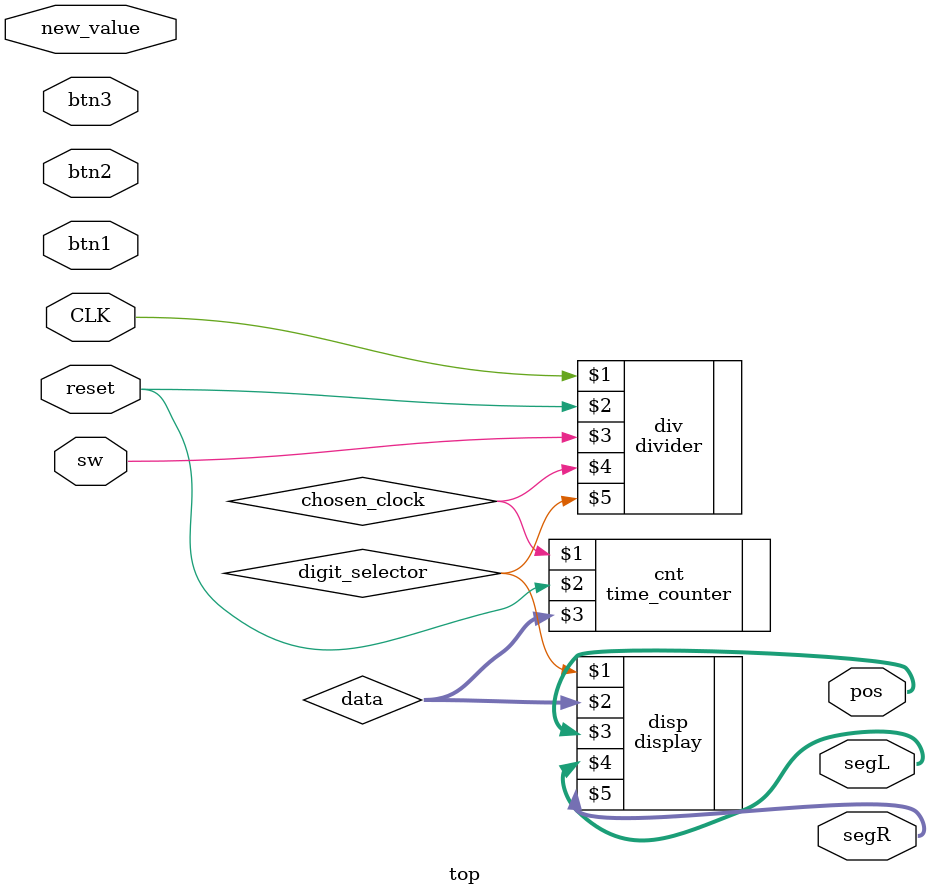
<source format=v>
`timescale 1ns / 1ps


module top(
    input CLK, reset, sw, btn1, btn2, btn3,
    input [6:0] new_value,   
    output [5:0] pos,  // position to display
    output [7:0] segL, segR // digit to display
    );
    wire chosen_clock; 
    wire digit_selector;
    wire [23:0] data;
    
    divider div(CLK, reset, sw, chosen_clock, digit_selector);
    time_counter cnt(chosen_clock, reset, data);
    display disp(digit_selector, data, pos, segL, segR);
endmodule

</source>
